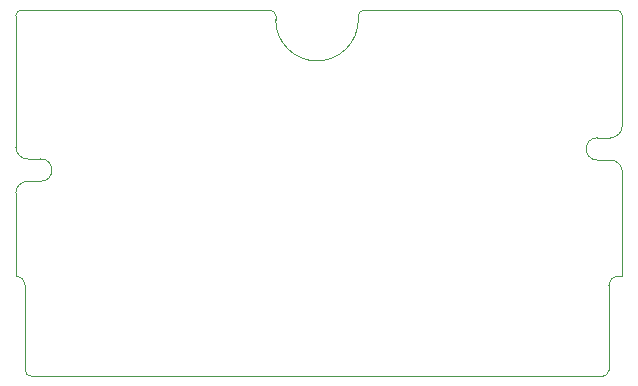
<source format=gm1>
%TF.GenerationSoftware,KiCad,Pcbnew,(5.1.8)-1*%
%TF.CreationDate,2020-12-20T15:01:14+01:00*%
%TF.ProjectId,GBA Cart,47424120-4361-4727-942e-6b696361645f,rev?*%
%TF.SameCoordinates,Original*%
%TF.FileFunction,Profile,NP*%
%FSLAX46Y46*%
G04 Gerber Fmt 4.6, Leading zero omitted, Abs format (unit mm)*
G04 Created by KiCad (PCBNEW (5.1.8)-1) date 2020-12-20 15:01:14*
%MOMM*%
%LPD*%
G01*
G04 APERTURE LIST*
%TA.AperFunction,Profile*%
%ADD10C,0.100000*%
%TD*%
G04 APERTURE END LIST*
D10*
X76641440Y-49213900D02*
X76290800Y-49213900D01*
X25790800Y-26713900D02*
X46790800Y-26713900D01*
X25290800Y-38313900D02*
X25290800Y-27213900D01*
X27390800Y-39313900D02*
X26290800Y-39313900D01*
X26290800Y-41213900D02*
X27390800Y-41213900D01*
X25290800Y-49213900D02*
X25290800Y-42213900D01*
X26090800Y-57213900D02*
X26090800Y-50013900D01*
X74990800Y-57713900D02*
X26590800Y-57713900D01*
X75490800Y-50013900D02*
X75490800Y-57213900D01*
X76641440Y-40413900D02*
X76641440Y-49213900D01*
X75641440Y-39413900D02*
X74541440Y-39413900D01*
X75641440Y-37513900D02*
X74541440Y-37513900D01*
X76641440Y-27213560D02*
X76641440Y-36513900D01*
X54790800Y-26713900D02*
X76141440Y-26713560D01*
X54290800Y-27513900D02*
X54290800Y-27213900D01*
X47290800Y-27513900D02*
X47290800Y-27213900D01*
X25290800Y-38313900D02*
G75*
G03*
X26290800Y-39313900I1000000J0D01*
G01*
X26290800Y-41213900D02*
G75*
G03*
X25290800Y-42213900I0J-1000000D01*
G01*
X27390800Y-39313900D02*
G75*
G02*
X27390800Y-41213900I0J-950000D01*
G01*
X25290800Y-49213900D02*
G75*
G02*
X26090800Y-50013900I0J-800000D01*
G01*
X75490800Y-50013900D02*
G75*
G02*
X76290800Y-49213900I800000J0D01*
G01*
X74541440Y-39413900D02*
G75*
G02*
X74541440Y-37513900I0J950000D01*
G01*
X76641440Y-40413900D02*
G75*
G03*
X75641440Y-39413900I-1000000J0D01*
G01*
X75641440Y-37513900D02*
G75*
G03*
X76641440Y-36513900I0J1000000D01*
G01*
X54290800Y-27513900D02*
G75*
G02*
X50790800Y-31013900I-3500000J0D01*
G01*
X50790800Y-31013900D02*
G75*
G02*
X47290800Y-27513900I0J3500000D01*
G01*
X26090800Y-57213900D02*
G75*
G03*
X26590800Y-57713900I500000J0D01*
G01*
X74990800Y-57713900D02*
G75*
G03*
X75490800Y-57213900I0J500000D01*
G01*
X76641440Y-27213560D02*
G75*
G03*
X76141440Y-26713560I-500000J0D01*
G01*
X54790800Y-26713900D02*
G75*
G03*
X54290800Y-27213900I0J-500000D01*
G01*
X47290800Y-27213900D02*
G75*
G03*
X46790800Y-26713900I-500000J0D01*
G01*
X25790800Y-26713900D02*
G75*
G03*
X25290800Y-27213900I0J-500000D01*
G01*
M02*

</source>
